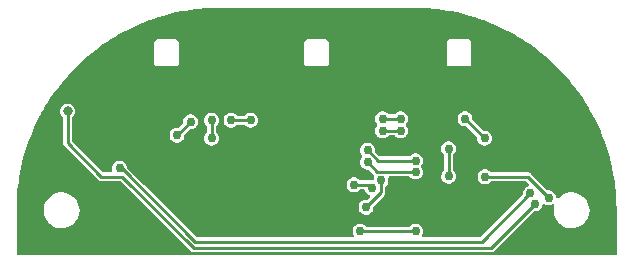
<source format=gbr>
%TF.GenerationSoftware,KiCad,Pcbnew,7.0.8*%
%TF.CreationDate,2024-01-07T14:56:32-05:00*%
%TF.ProjectId,lineFollowerArray,6c696e65-466f-46c6-9c6f-776572417272,01*%
%TF.SameCoordinates,Original*%
%TF.FileFunction,Copper,L1,Top*%
%TF.FilePolarity,Positive*%
%FSLAX46Y46*%
G04 Gerber Fmt 4.6, Leading zero omitted, Abs format (unit mm)*
G04 Created by KiCad (PCBNEW 7.0.8) date 2024-01-07 14:56:32*
%MOMM*%
%LPD*%
G01*
G04 APERTURE LIST*
%TA.AperFunction,ViaPad*%
%ADD10C,0.750000*%
%TD*%
%TA.AperFunction,ViaPad*%
%ADD11C,1.000000*%
%TD*%
%TA.AperFunction,ViaPad*%
%ADD12C,0.800000*%
%TD*%
%TA.AperFunction,Conductor*%
%ADD13C,0.250000*%
%TD*%
G04 APERTURE END LIST*
D10*
%TO.N,/LED_BIAS*%
X145161000Y-111760000D03*
%TO.N,GND*%
X134493000Y-112395000D03*
X132207000Y-112395000D03*
X133350000Y-111252000D03*
X147193000Y-113919000D03*
X146050000Y-114935000D03*
X149987000Y-99060000D03*
D11*
X125222000Y-116770000D03*
D10*
X136652000Y-110109000D03*
X136245600Y-100965000D03*
X152273000Y-103621000D03*
X125222000Y-114509221D03*
D11*
X125325000Y-111252000D03*
D10*
X151445000Y-113817400D03*
X156210000Y-112522000D03*
X127127000Y-110109000D03*
X164084000Y-116586000D03*
X159258000Y-117221000D03*
X136652000Y-112649000D03*
X152527000Y-114173000D03*
X151384000Y-115951000D03*
X128945000Y-102870000D03*
X141605000Y-106934000D03*
X152527000Y-113157000D03*
X125055000Y-106680000D03*
X137795000Y-106934000D03*
X137541000Y-111379000D03*
D11*
X122428000Y-116770000D03*
D10*
X137795000Y-99060000D03*
X127127000Y-111760000D03*
X141097000Y-115316000D03*
X141097000Y-114300000D03*
X126873000Y-104775000D03*
X123545600Y-100965000D03*
X140208000Y-103621000D03*
X159090000Y-106019600D03*
X159131000Y-108712000D03*
X153416000Y-112776000D03*
X148310600Y-100965000D03*
X139192000Y-105421000D03*
X151765000Y-104521000D03*
X151384000Y-105410000D03*
X149580600Y-106603800D03*
%TO.N,/LED_BIAS*%
X129032000Y-106807000D03*
X159360400Y-113234000D03*
X143891000Y-114046000D03*
X153961500Y-111473500D03*
X127889000Y-107950000D03*
%TO.N,/~{IRLEDEN}*%
X150876000Y-111424000D03*
X150876000Y-109093000D03*
%TO.N,/SEN0*%
X148082000Y-111057944D03*
X130810000Y-108204000D03*
X130810000Y-106680000D03*
X144018000Y-110236000D03*
%TO.N,/SEN1*%
X146812000Y-107569000D03*
X145288000Y-107569000D03*
%TO.N,/SEN2*%
X152273000Y-106553000D03*
X153924000Y-108204000D03*
%TO.N,/SEN0BUF*%
X148082000Y-110109000D03*
X144018000Y-109220000D03*
X134112000Y-106680000D03*
X132461000Y-106680000D03*
%TO.N,/SEN1BUF*%
X146812000Y-106553000D03*
X145288000Y-106553000D03*
%TO.N,Net-(U1-C1+)*%
X144399000Y-112395000D03*
X142875000Y-112141000D03*
%TO.N,/SDA_3V3*%
X123026000Y-110744000D03*
X157784800Y-112877600D03*
D12*
%TO.N,/SCL_3V3*%
X118618000Y-105918000D03*
D10*
X158197565Y-113743192D03*
%TO.N,Net-(U1-VSEL)*%
X148082000Y-116078000D03*
X143383000Y-116078000D03*
%TD*%
D13*
%TO.N,/LED_BIAS*%
X145161000Y-112776000D02*
X145161000Y-111760000D01*
X144758620Y-113178380D02*
X145161000Y-112776000D01*
X144758620Y-113178380D02*
X143891000Y-114046000D01*
X127889000Y-107950000D02*
X129032000Y-106807000D01*
X157592800Y-111466400D02*
X153968600Y-111466400D01*
X159360400Y-113234000D02*
X157592800Y-111466400D01*
X153968600Y-111466400D02*
X153961500Y-111473500D01*
%TO.N,/~{IRLEDEN}*%
X150876000Y-109093000D02*
X150876000Y-111424000D01*
%TO.N,/SEN0*%
X130810000Y-106680000D02*
X130810000Y-108204000D01*
X144839944Y-111057944D02*
X148082000Y-111057944D01*
X144018000Y-110236000D02*
X144839944Y-111057944D01*
%TO.N,/SEN1*%
X145288000Y-107569000D02*
X146812000Y-107569000D01*
%TO.N,/SEN2*%
X152273000Y-106553000D02*
X153924000Y-108204000D01*
%TO.N,/SEN0BUF*%
X144018000Y-109220000D02*
X144907000Y-110109000D01*
X132461000Y-106680000D02*
X134112000Y-106680000D01*
X144907000Y-110109000D02*
X148082000Y-110109000D01*
%TO.N,/SEN1BUF*%
X145288000Y-106553000D02*
X146812000Y-106553000D01*
%TO.N,Net-(U1-C1+)*%
X144145000Y-112141000D02*
X144399000Y-112395000D01*
X142875000Y-112141000D02*
X144145000Y-112141000D01*
%TO.N,/SDA_3V3*%
X123026000Y-110744000D02*
X123190000Y-110744000D01*
X123190000Y-110744000D02*
X129413000Y-116967000D01*
X153695400Y-116967000D02*
X157784800Y-112877600D01*
X129413000Y-116967000D02*
X153695400Y-116967000D01*
%TO.N,/SCL_3V3*%
X118618000Y-108585000D02*
X118618000Y-105918000D01*
X123253604Y-111444000D02*
X121477000Y-111444000D01*
X129284604Y-117475000D02*
X123253604Y-111444000D01*
X158197565Y-113743192D02*
X154465757Y-117475000D01*
X154465757Y-117475000D02*
X129284604Y-117475000D01*
X121477000Y-111444000D02*
X118618000Y-108585000D01*
%TO.N,Net-(U1-VSEL)*%
X148082000Y-116078000D02*
X143383000Y-116078000D01*
%TD*%
%TA.AperFunction,Conductor*%
%TO.N,GND*%
G36*
X148671319Y-97172050D02*
G01*
X148746586Y-97173842D01*
X148749337Y-97173970D01*
X149263876Y-97209684D01*
X149549853Y-97230138D01*
X150022101Y-97284926D01*
X150348170Y-97323912D01*
X150800121Y-97397636D01*
X151141196Y-97454991D01*
X151579653Y-97547482D01*
X151911242Y-97619616D01*
X151927237Y-97623096D01*
X152354870Y-97734158D01*
X152704447Y-97827826D01*
X153122603Y-97957315D01*
X153471214Y-98068754D01*
X153880104Y-98216390D01*
X154225822Y-98345337D01*
X154413368Y-98423021D01*
X154625365Y-98510834D01*
X154966599Y-98656958D01*
X155356604Y-98840041D01*
X155691948Y-99002941D01*
X156071904Y-99203219D01*
X156400246Y-99382508D01*
X156769666Y-99599602D01*
X157089961Y-99794831D01*
X157448371Y-100028372D01*
X157637919Y-100156662D01*
X157759564Y-100238994D01*
X158106306Y-100488477D01*
X158333681Y-100658688D01*
X158407606Y-100714028D01*
X158742099Y-100978976D01*
X159032632Y-101218861D01*
X159354328Y-101498797D01*
X159633261Y-101752363D01*
X159871889Y-101980214D01*
X159941623Y-102046798D01*
X160208201Y-102313376D01*
X160502635Y-102621737D01*
X160756202Y-102900671D01*
X161036138Y-103222367D01*
X161276023Y-103512900D01*
X161540971Y-103847393D01*
X161648745Y-103991362D01*
X161766538Y-104148715D01*
X162016005Y-104495435D01*
X162226649Y-104806661D01*
X162460164Y-105165032D01*
X162590410Y-105378715D01*
X162655390Y-105485321D01*
X162872491Y-105854753D01*
X163051779Y-106183094D01*
X163252061Y-106563057D01*
X163414974Y-106898428D01*
X163598041Y-107288401D01*
X163744165Y-107629634D01*
X163909661Y-108029175D01*
X163974868Y-108204000D01*
X164035972Y-108367828D01*
X164038630Y-108374953D01*
X164186244Y-108783783D01*
X164297708Y-109132470D01*
X164427168Y-109550537D01*
X164520858Y-109900192D01*
X164631903Y-110327762D01*
X164707543Y-110675470D01*
X164743938Y-110848000D01*
X164800004Y-111113783D01*
X164826813Y-111273208D01*
X164857383Y-111455004D01*
X164931084Y-111906810D01*
X164970086Y-112233016D01*
X165024859Y-112705129D01*
X165045336Y-112991429D01*
X165081025Y-113505611D01*
X165081156Y-113508428D01*
X165082980Y-113585007D01*
X165099500Y-114300000D01*
X165099500Y-117985500D01*
X165079815Y-118052539D01*
X165027011Y-118098294D01*
X164975500Y-118109500D01*
X114424500Y-118109500D01*
X114357461Y-118089815D01*
X114311706Y-118037011D01*
X114300500Y-117985500D01*
X114300500Y-114361418D01*
X116585789Y-114361418D01*
X116615380Y-114605130D01*
X116683680Y-114840925D01*
X116683681Y-114840928D01*
X116788921Y-115062719D01*
X116788923Y-115062722D01*
X116788924Y-115062723D01*
X116928381Y-115264762D01*
X117016703Y-115356714D01*
X117098443Y-115441814D01*
X117161038Y-115488851D01*
X117294701Y-115589293D01*
X117512076Y-115703380D01*
X117744937Y-115781120D01*
X117744940Y-115781120D01*
X117744942Y-115781121D01*
X117987250Y-115820500D01*
X117987253Y-115820500D01*
X118171281Y-115820500D01*
X118262989Y-115813096D01*
X118354699Y-115805693D01*
X118593060Y-115746942D01*
X118818911Y-115650716D01*
X119026400Y-115519508D01*
X119210156Y-115356714D01*
X119365418Y-115166553D01*
X119488166Y-114953948D01*
X119575219Y-114724406D01*
X119624325Y-114483872D01*
X119630170Y-114338819D01*
X119634210Y-114238582D01*
X119634210Y-114238576D01*
X119604619Y-113994869D01*
X119536319Y-113759074D01*
X119536318Y-113759069D01*
X119457233Y-113592401D01*
X119431078Y-113537280D01*
X119431076Y-113537277D01*
X119411011Y-113508208D01*
X119291619Y-113335238D01*
X119121558Y-113158187D01*
X119121557Y-113158186D01*
X119121556Y-113158185D01*
X118925303Y-113010710D01*
X118925302Y-113010709D01*
X118925299Y-113010707D01*
X118857116Y-112974922D01*
X118707929Y-112896622D01*
X118707925Y-112896620D01*
X118707924Y-112896620D01*
X118475063Y-112818880D01*
X118475062Y-112818879D01*
X118475057Y-112818878D01*
X118232750Y-112779500D01*
X118232747Y-112779500D01*
X118048720Y-112779500D01*
X118048719Y-112779500D01*
X117865301Y-112794306D01*
X117626942Y-112853057D01*
X117626940Y-112853058D01*
X117401089Y-112949284D01*
X117232200Y-113056083D01*
X117193595Y-113080495D01*
X117009845Y-113243283D01*
X116854582Y-113433446D01*
X116854578Y-113433452D01*
X116731834Y-113646050D01*
X116644782Y-113875589D01*
X116595675Y-114116124D01*
X116595674Y-114116131D01*
X116585789Y-114361417D01*
X116585789Y-114361418D01*
X114300500Y-114361418D01*
X114300500Y-114300000D01*
X114301919Y-114238576D01*
X114317025Y-113584749D01*
X114318842Y-113508409D01*
X114318970Y-113505666D01*
X114354675Y-112991259D01*
X114375137Y-112705153D01*
X114429917Y-112232978D01*
X114430754Y-112225986D01*
X114468913Y-111906820D01*
X114542628Y-111454932D01*
X114599991Y-111113803D01*
X114692458Y-110675459D01*
X114768096Y-110327762D01*
X114879148Y-109900166D01*
X114972825Y-109550555D01*
X115102327Y-109132355D01*
X115213755Y-108783783D01*
X115361385Y-108374911D01*
X115490336Y-108029180D01*
X115655836Y-107629627D01*
X115801958Y-107288401D01*
X115985052Y-106898371D01*
X116147931Y-106563070D01*
X116348227Y-106183082D01*
X116492971Y-105918000D01*
X117962722Y-105918000D01*
X117981762Y-106074818D01*
X118037780Y-106222523D01*
X118037781Y-106222524D01*
X118127517Y-106352531D01*
X118200726Y-106417386D01*
X118237853Y-106476574D01*
X118242500Y-106510202D01*
X118242500Y-108533196D01*
X118239862Y-108558634D01*
X118237633Y-108569268D01*
X118237633Y-108569269D01*
X118237633Y-108569271D01*
X118242023Y-108604491D01*
X118242500Y-108612167D01*
X118242500Y-108616116D01*
X118246342Y-108639141D01*
X118253134Y-108693627D01*
X118255373Y-108701147D01*
X118257934Y-108708608D01*
X118257935Y-108708610D01*
X118265483Y-108722557D01*
X118284055Y-108756877D01*
X118308174Y-108806211D01*
X118312742Y-108812609D01*
X118317582Y-108818827D01*
X118357971Y-108856009D01*
X121174849Y-111672886D01*
X121190977Y-111692745D01*
X121196916Y-111701836D01*
X121224327Y-111723171D01*
X121224929Y-111723639D01*
X121230691Y-111728728D01*
X121233483Y-111731520D01*
X121252486Y-111745088D01*
X121295811Y-111778809D01*
X121295813Y-111778809D01*
X121302735Y-111782555D01*
X121309798Y-111786008D01*
X121309801Y-111786010D01*
X121362412Y-111801673D01*
X121388376Y-111810586D01*
X121414339Y-111819500D01*
X121422101Y-111820795D01*
X121429911Y-111821768D01*
X121429912Y-111821769D01*
X121429912Y-111821768D01*
X121429913Y-111821769D01*
X121457340Y-111820634D01*
X121484769Y-111819500D01*
X123046705Y-111819500D01*
X123113744Y-111839185D01*
X123134386Y-111855819D01*
X128982454Y-117703888D01*
X128998579Y-117723744D01*
X129004517Y-117732832D01*
X129004520Y-117732836D01*
X129032529Y-117754636D01*
X129038291Y-117759725D01*
X129041086Y-117762520D01*
X129060099Y-117776094D01*
X129103415Y-117809809D01*
X129103422Y-117809811D01*
X129110324Y-117813547D01*
X129117400Y-117817006D01*
X129117405Y-117817010D01*
X129170007Y-117832670D01*
X129221942Y-117850500D01*
X129229676Y-117851790D01*
X129237514Y-117852767D01*
X129237516Y-117852768D01*
X129237517Y-117852767D01*
X129237518Y-117852768D01*
X129292360Y-117850500D01*
X154413953Y-117850500D01*
X154439398Y-117853139D01*
X154443197Y-117853935D01*
X154450025Y-117855367D01*
X154470982Y-117852754D01*
X154485249Y-117850977D01*
X154492925Y-117850500D01*
X154496869Y-117850500D01*
X154496871Y-117850500D01*
X154496873Y-117850499D01*
X154496879Y-117850499D01*
X154512244Y-117847934D01*
X154519897Y-117846657D01*
X154574383Y-117839866D01*
X154574384Y-117839865D01*
X154574386Y-117839865D01*
X154581898Y-117837628D01*
X154589363Y-117835066D01*
X154589363Y-117835065D01*
X154589367Y-117835065D01*
X154637634Y-117808944D01*
X154686968Y-117784826D01*
X154686971Y-117784823D01*
X154693351Y-117780268D01*
X154699576Y-117775422D01*
X154699583Y-117775419D01*
X154736765Y-117735028D01*
X158066782Y-114405011D01*
X158128105Y-114371526D01*
X158154463Y-114368692D01*
X158273515Y-114368692D01*
X158322675Y-114356574D01*
X158420999Y-114332340D01*
X158555499Y-114261749D01*
X158669197Y-114161022D01*
X158755486Y-114036011D01*
X158809350Y-113893983D01*
X158815409Y-113844081D01*
X158843028Y-113779905D01*
X158900962Y-113740848D01*
X158970814Y-113739311D01*
X158996129Y-113749231D01*
X159002465Y-113752556D01*
X159002466Y-113752557D01*
X159136966Y-113823148D01*
X159210708Y-113841324D01*
X159284450Y-113859500D01*
X159284451Y-113859500D01*
X159436350Y-113859500D01*
X159510091Y-113841324D01*
X159583834Y-113823148D01*
X159634297Y-113796662D01*
X159702804Y-113782937D01*
X159767857Y-113808429D01*
X159808802Y-113865045D01*
X159813416Y-113931263D01*
X159775675Y-114116123D01*
X159775674Y-114116131D01*
X159765789Y-114361417D01*
X159765789Y-114361418D01*
X159795380Y-114605130D01*
X159863680Y-114840925D01*
X159863681Y-114840928D01*
X159968921Y-115062719D01*
X159968923Y-115062722D01*
X159968924Y-115062723D01*
X160108381Y-115264762D01*
X160196703Y-115356714D01*
X160278443Y-115441814D01*
X160341038Y-115488851D01*
X160474701Y-115589293D01*
X160692076Y-115703380D01*
X160924937Y-115781120D01*
X160924940Y-115781120D01*
X160924942Y-115781121D01*
X161167250Y-115820500D01*
X161167253Y-115820500D01*
X161351281Y-115820500D01*
X161442989Y-115813096D01*
X161534699Y-115805693D01*
X161773060Y-115746942D01*
X161998911Y-115650716D01*
X162206400Y-115519508D01*
X162390156Y-115356714D01*
X162545418Y-115166553D01*
X162668166Y-114953948D01*
X162755219Y-114724406D01*
X162804325Y-114483872D01*
X162810170Y-114338819D01*
X162814210Y-114238582D01*
X162814210Y-114238576D01*
X162784619Y-113994869D01*
X162716319Y-113759074D01*
X162716318Y-113759069D01*
X162637233Y-113592401D01*
X162611078Y-113537280D01*
X162611076Y-113537277D01*
X162591011Y-113508208D01*
X162471619Y-113335238D01*
X162301558Y-113158187D01*
X162301557Y-113158186D01*
X162301556Y-113158185D01*
X162105303Y-113010710D01*
X162105302Y-113010709D01*
X162105299Y-113010707D01*
X162037116Y-112974922D01*
X161887929Y-112896622D01*
X161887925Y-112896620D01*
X161887924Y-112896620D01*
X161655063Y-112818880D01*
X161655062Y-112818879D01*
X161655057Y-112818878D01*
X161412750Y-112779500D01*
X161412747Y-112779500D01*
X161228720Y-112779500D01*
X161228719Y-112779500D01*
X161045301Y-112794306D01*
X160806942Y-112853057D01*
X160806940Y-112853058D01*
X160581089Y-112949284D01*
X160412200Y-113056083D01*
X160373595Y-113080495D01*
X160187718Y-113245168D01*
X160124485Y-113274890D01*
X160055221Y-113265706D01*
X160001918Y-113220534D01*
X159982395Y-113167299D01*
X159981289Y-113158187D01*
X159972185Y-113083209D01*
X159918321Y-112941181D01*
X159832032Y-112816170D01*
X159718334Y-112715443D01*
X159583834Y-112644852D01*
X159583833Y-112644851D01*
X159583832Y-112644851D01*
X159436350Y-112608500D01*
X159436349Y-112608500D01*
X159317300Y-112608500D01*
X159250261Y-112588815D01*
X159229619Y-112572181D01*
X157894949Y-111237511D01*
X157878822Y-111217652D01*
X157872886Y-111208567D01*
X157872883Y-111208563D01*
X157844874Y-111186763D01*
X157839110Y-111181672D01*
X157836315Y-111178877D01*
X157817305Y-111165306D01*
X157773989Y-111131590D01*
X157767074Y-111127848D01*
X157760000Y-111124390D01*
X157707396Y-111108729D01*
X157655458Y-111090899D01*
X157647723Y-111089608D01*
X157639885Y-111088631D01*
X157585044Y-111090900D01*
X154519925Y-111090900D01*
X154452886Y-111071215D01*
X154437698Y-111059715D01*
X154319435Y-110954943D01*
X154184932Y-110884351D01*
X154037450Y-110848000D01*
X154037449Y-110848000D01*
X153885551Y-110848000D01*
X153885550Y-110848000D01*
X153738067Y-110884351D01*
X153603567Y-110954942D01*
X153489867Y-111055671D01*
X153403580Y-111180679D01*
X153403579Y-111180680D01*
X153349715Y-111322708D01*
X153333879Y-111453129D01*
X153331406Y-111473500D01*
X153349715Y-111624291D01*
X153403579Y-111766319D01*
X153489868Y-111891330D01*
X153603566Y-111992057D01*
X153738066Y-112062648D01*
X153811808Y-112080824D01*
X153885550Y-112099000D01*
X153885551Y-112099000D01*
X154037450Y-112099000D01*
X154086610Y-112086882D01*
X154184934Y-112062648D01*
X154319434Y-111992057D01*
X154433132Y-111891330D01*
X154433135Y-111891326D01*
X154438106Y-111885716D01*
X154440113Y-111887494D01*
X154484557Y-111851473D01*
X154532331Y-111841900D01*
X157385901Y-111841900D01*
X157452940Y-111861585D01*
X157473582Y-111878219D01*
X157664591Y-112069228D01*
X157698076Y-112130551D01*
X157693092Y-112200243D01*
X157651220Y-112256176D01*
X157606586Y-112277306D01*
X157561367Y-112288451D01*
X157426867Y-112359042D01*
X157313167Y-112459771D01*
X157226880Y-112584779D01*
X157226879Y-112584780D01*
X157173015Y-112726808D01*
X157154706Y-112877599D01*
X157154706Y-112877603D01*
X157158153Y-112905999D01*
X157146691Y-112974922D01*
X157122738Y-113008623D01*
X153576181Y-116555181D01*
X153514858Y-116588666D01*
X153488500Y-116591500D01*
X148723858Y-116591500D01*
X148656819Y-116571815D01*
X148611064Y-116519011D01*
X148601120Y-116449853D01*
X148621806Y-116397061D01*
X148639921Y-116370819D01*
X148693785Y-116228791D01*
X148712094Y-116078000D01*
X148693785Y-115927209D01*
X148639921Y-115785181D01*
X148553632Y-115660170D01*
X148439934Y-115559443D01*
X148305434Y-115488852D01*
X148305433Y-115488851D01*
X148305432Y-115488851D01*
X148157950Y-115452500D01*
X148157949Y-115452500D01*
X148006051Y-115452500D01*
X148006050Y-115452500D01*
X147858567Y-115488851D01*
X147724067Y-115559442D01*
X147610367Y-115660170D01*
X147609874Y-115660728D01*
X147609410Y-115661018D01*
X147604754Y-115665144D01*
X147604068Y-115664369D01*
X147550684Y-115697854D01*
X147517059Y-115702500D01*
X143947941Y-115702500D01*
X143880902Y-115682815D01*
X143860260Y-115665127D01*
X143860246Y-115665144D01*
X143859255Y-115664266D01*
X143855126Y-115660728D01*
X143854632Y-115660170D01*
X143740934Y-115559443D01*
X143606434Y-115488852D01*
X143606433Y-115488851D01*
X143606432Y-115488851D01*
X143458950Y-115452500D01*
X143458949Y-115452500D01*
X143307051Y-115452500D01*
X143307050Y-115452500D01*
X143159567Y-115488851D01*
X143025067Y-115559442D01*
X143025066Y-115559443D01*
X142922040Y-115650716D01*
X142911367Y-115660171D01*
X142825080Y-115785179D01*
X142825079Y-115785180D01*
X142817300Y-115805693D01*
X142771215Y-115927209D01*
X142752906Y-116078000D01*
X142771215Y-116228791D01*
X142825079Y-116370819D01*
X142843192Y-116397061D01*
X142865075Y-116463414D01*
X142847610Y-116531066D01*
X142796342Y-116578536D01*
X142741142Y-116591500D01*
X129619899Y-116591500D01*
X129552860Y-116571815D01*
X129532218Y-116555181D01*
X126605208Y-113628171D01*
X125118038Y-112141000D01*
X142244906Y-112141000D01*
X142263215Y-112291791D01*
X142317079Y-112433819D01*
X142403368Y-112558830D01*
X142517066Y-112659557D01*
X142651566Y-112730148D01*
X142725308Y-112748324D01*
X142799050Y-112766500D01*
X142799051Y-112766500D01*
X142950950Y-112766500D01*
X143000110Y-112754382D01*
X143098434Y-112730148D01*
X143232934Y-112659557D01*
X143346632Y-112558830D01*
X143346635Y-112558825D01*
X143347126Y-112558272D01*
X143347589Y-112557981D01*
X143352246Y-112553856D01*
X143352931Y-112554630D01*
X143406316Y-112521146D01*
X143439941Y-112516500D01*
X143690515Y-112516500D01*
X143757554Y-112536185D01*
X143803309Y-112588989D01*
X143806456Y-112596527D01*
X143824783Y-112644851D01*
X143841080Y-112687821D01*
X143861984Y-112718105D01*
X143927368Y-112812830D01*
X144041066Y-112913557D01*
X144175566Y-112984148D01*
X144175567Y-112984148D01*
X144182207Y-112987633D01*
X144181515Y-112988950D01*
X144230480Y-113026024D01*
X144254539Y-113091621D01*
X144239314Y-113159812D01*
X144218489Y-113187472D01*
X144021780Y-113384181D01*
X143960457Y-113417666D01*
X143934099Y-113420500D01*
X143815050Y-113420500D01*
X143667567Y-113456851D01*
X143533067Y-113527442D01*
X143419367Y-113628171D01*
X143333080Y-113753179D01*
X143333079Y-113753180D01*
X143279215Y-113895208D01*
X143276815Y-113914974D01*
X143260906Y-114046000D01*
X143279215Y-114196791D01*
X143333079Y-114338819D01*
X143419368Y-114463830D01*
X143533066Y-114564557D01*
X143667566Y-114635148D01*
X143741308Y-114653324D01*
X143815050Y-114671500D01*
X143815051Y-114671500D01*
X143966950Y-114671500D01*
X144016110Y-114659382D01*
X144114434Y-114635148D01*
X144248934Y-114564557D01*
X144362632Y-114463830D01*
X144448921Y-114338819D01*
X144502785Y-114196791D01*
X144521094Y-114046000D01*
X144517645Y-114017601D01*
X144529104Y-113948682D01*
X144553054Y-113914981D01*
X145046140Y-113421898D01*
X145046142Y-113421894D01*
X145389889Y-113078146D01*
X145409746Y-113062022D01*
X145418836Y-113056084D01*
X145440638Y-113028071D01*
X145445733Y-113022303D01*
X145448519Y-113019518D01*
X145448528Y-113019506D01*
X145462086Y-113000516D01*
X145495807Y-112957192D01*
X145499547Y-112950278D01*
X145503006Y-112943203D01*
X145503010Y-112943199D01*
X145514085Y-112905999D01*
X145518672Y-112890593D01*
X145536500Y-112838661D01*
X145537791Y-112830924D01*
X145538768Y-112823086D01*
X145536500Y-112768244D01*
X145536500Y-112318802D01*
X145556185Y-112251763D01*
X145578274Y-112225986D01*
X145632632Y-112177830D01*
X145718921Y-112052819D01*
X145772785Y-111910791D01*
X145791094Y-111760000D01*
X145772785Y-111609209D01*
X145769829Y-111601417D01*
X145764461Y-111531755D01*
X145797607Y-111470248D01*
X145858745Y-111436425D01*
X145885771Y-111433444D01*
X147517059Y-111433444D01*
X147584098Y-111453129D01*
X147604739Y-111470816D01*
X147604754Y-111470800D01*
X147605744Y-111471677D01*
X147609874Y-111475216D01*
X147610367Y-111475773D01*
X147610368Y-111475774D01*
X147724066Y-111576501D01*
X147858566Y-111647092D01*
X147912745Y-111660446D01*
X148006050Y-111683444D01*
X148006051Y-111683444D01*
X148157950Y-111683444D01*
X148207110Y-111671326D01*
X148305434Y-111647092D01*
X148439934Y-111576501D01*
X148553632Y-111475774D01*
X148589369Y-111424000D01*
X150245906Y-111424000D01*
X150264215Y-111574791D01*
X150318079Y-111716819D01*
X150404368Y-111841830D01*
X150518066Y-111942557D01*
X150652566Y-112013148D01*
X150726308Y-112031324D01*
X150800050Y-112049500D01*
X150800051Y-112049500D01*
X150951950Y-112049500D01*
X151001110Y-112037382D01*
X151099434Y-112013148D01*
X151233934Y-111942557D01*
X151347632Y-111841830D01*
X151433921Y-111716819D01*
X151487785Y-111574791D01*
X151506094Y-111424000D01*
X151487785Y-111273209D01*
X151433921Y-111131181D01*
X151347632Y-111006170D01*
X151307020Y-110970191D01*
X151293272Y-110958011D01*
X151256146Y-110898821D01*
X151251500Y-110865196D01*
X151251500Y-109651802D01*
X151271185Y-109584763D01*
X151293274Y-109558986D01*
X151302825Y-109550525D01*
X151347632Y-109510830D01*
X151433921Y-109385819D01*
X151487785Y-109243791D01*
X151506094Y-109093000D01*
X151487785Y-108942209D01*
X151433921Y-108800181D01*
X151347632Y-108675170D01*
X151233934Y-108574443D01*
X151099434Y-108503852D01*
X151099433Y-108503851D01*
X151099432Y-108503851D01*
X150951950Y-108467500D01*
X150951949Y-108467500D01*
X150800051Y-108467500D01*
X150800050Y-108467500D01*
X150652567Y-108503851D01*
X150518067Y-108574442D01*
X150404367Y-108675171D01*
X150318080Y-108800179D01*
X150318079Y-108800180D01*
X150269915Y-108927180D01*
X150264215Y-108942209D01*
X150245906Y-109093000D01*
X150264215Y-109243791D01*
X150318079Y-109385819D01*
X150404368Y-109510830D01*
X150458726Y-109558986D01*
X150495853Y-109618175D01*
X150500500Y-109651802D01*
X150500500Y-110865196D01*
X150480815Y-110932235D01*
X150458728Y-110958011D01*
X150404367Y-111006170D01*
X150318080Y-111131179D01*
X150318079Y-111131180D01*
X150281203Y-111228416D01*
X150264215Y-111273209D01*
X150245906Y-111424000D01*
X148589369Y-111424000D01*
X148639921Y-111350763D01*
X148693785Y-111208735D01*
X148712094Y-111057944D01*
X148693785Y-110907153D01*
X148639921Y-110765125D01*
X148563155Y-110653911D01*
X148541273Y-110587558D01*
X148558738Y-110519906D01*
X148563156Y-110513032D01*
X148639921Y-110401819D01*
X148693785Y-110259791D01*
X148712094Y-110109000D01*
X148693785Y-109958209D01*
X148639921Y-109816181D01*
X148553632Y-109691170D01*
X148439934Y-109590443D01*
X148305434Y-109519852D01*
X148305433Y-109519851D01*
X148305432Y-109519851D01*
X148157950Y-109483500D01*
X148157949Y-109483500D01*
X148006051Y-109483500D01*
X148006050Y-109483500D01*
X147858567Y-109519851D01*
X147724067Y-109590442D01*
X147610367Y-109691170D01*
X147609874Y-109691728D01*
X147609410Y-109692018D01*
X147604754Y-109696144D01*
X147604068Y-109695369D01*
X147550684Y-109728854D01*
X147517059Y-109733500D01*
X145113899Y-109733500D01*
X145046860Y-109713815D01*
X145026218Y-109697181D01*
X144680060Y-109351023D01*
X144646575Y-109289700D01*
X144644646Y-109248392D01*
X144648094Y-109220002D01*
X144648094Y-109220000D01*
X144629785Y-109069209D01*
X144575921Y-108927181D01*
X144489632Y-108802170D01*
X144375934Y-108701443D01*
X144241434Y-108630852D01*
X144241433Y-108630851D01*
X144241432Y-108630851D01*
X144093950Y-108594500D01*
X144093949Y-108594500D01*
X143942051Y-108594500D01*
X143942050Y-108594500D01*
X143794567Y-108630851D01*
X143660067Y-108701442D01*
X143660066Y-108701443D01*
X143548616Y-108800179D01*
X143546367Y-108802171D01*
X143460080Y-108927179D01*
X143460079Y-108927180D01*
X143406215Y-109069208D01*
X143387906Y-109220000D01*
X143406215Y-109370791D01*
X143460079Y-109512819D01*
X143460080Y-109512820D01*
X143546369Y-109637832D01*
X143551342Y-109643445D01*
X143549558Y-109645025D01*
X143580513Y-109694391D01*
X143579735Y-109764257D01*
X143549655Y-109811061D01*
X143551342Y-109812555D01*
X143546369Y-109818167D01*
X143460080Y-109943179D01*
X143460079Y-109943180D01*
X143442733Y-109988920D01*
X143406215Y-110085209D01*
X143387906Y-110236000D01*
X143406215Y-110386791D01*
X143460079Y-110528819D01*
X143546368Y-110653830D01*
X143660066Y-110754557D01*
X143794566Y-110825148D01*
X143868308Y-110843324D01*
X143942050Y-110861500D01*
X144061101Y-110861500D01*
X144128140Y-110881185D01*
X144148782Y-110897819D01*
X144537793Y-111286830D01*
X144553922Y-111306691D01*
X144559860Y-111315780D01*
X144565321Y-111320031D01*
X144606133Y-111376742D01*
X144609806Y-111446515D01*
X144605099Y-111461854D01*
X144549215Y-111609207D01*
X144542994Y-111660446D01*
X144515373Y-111724624D01*
X144457439Y-111763681D01*
X144419898Y-111769500D01*
X144323047Y-111769500D01*
X144298091Y-111775651D01*
X144228289Y-111772581D01*
X144228157Y-111772536D01*
X144207660Y-111765499D01*
X144199923Y-111764208D01*
X144192085Y-111763231D01*
X144137244Y-111765500D01*
X143439941Y-111765500D01*
X143372902Y-111745815D01*
X143352260Y-111728127D01*
X143352246Y-111728144D01*
X143351255Y-111727266D01*
X143347126Y-111723728D01*
X143346632Y-111723170D01*
X143300139Y-111681981D01*
X143232934Y-111622443D01*
X143098434Y-111551852D01*
X143098433Y-111551851D01*
X143098432Y-111551851D01*
X142950950Y-111515500D01*
X142950949Y-111515500D01*
X142799051Y-111515500D01*
X142799050Y-111515500D01*
X142651567Y-111551851D01*
X142517067Y-111622442D01*
X142403367Y-111723171D01*
X142317080Y-111848179D01*
X142317079Y-111848180D01*
X142263215Y-111990208D01*
X142250006Y-112099000D01*
X142244906Y-112141000D01*
X125118038Y-112141000D01*
X123677375Y-110700337D01*
X123643890Y-110639014D01*
X123641960Y-110627599D01*
X123637785Y-110593210D01*
X123637785Y-110593209D01*
X123634092Y-110583472D01*
X123583921Y-110451181D01*
X123497632Y-110326170D01*
X123383934Y-110225443D01*
X123249434Y-110154852D01*
X123249433Y-110154851D01*
X123249432Y-110154851D01*
X123101950Y-110118500D01*
X123101949Y-110118500D01*
X122950051Y-110118500D01*
X122950050Y-110118500D01*
X122802567Y-110154851D01*
X122668067Y-110225442D01*
X122554367Y-110326171D01*
X122468080Y-110451179D01*
X122468079Y-110451180D01*
X122414215Y-110593208D01*
X122395906Y-110744000D01*
X122414215Y-110894792D01*
X122414215Y-110894795D01*
X122416390Y-110900528D01*
X122421758Y-110970191D01*
X122388612Y-111031697D01*
X122327474Y-111065519D01*
X122300449Y-111068500D01*
X121683899Y-111068500D01*
X121616860Y-111048815D01*
X121596218Y-111032181D01*
X119029819Y-108465781D01*
X118996334Y-108404458D01*
X118993500Y-108378100D01*
X118993500Y-107950000D01*
X127258906Y-107950000D01*
X127277215Y-108100791D01*
X127331079Y-108242819D01*
X127417368Y-108367830D01*
X127531066Y-108468557D01*
X127665566Y-108539148D01*
X127693593Y-108546056D01*
X127813050Y-108575500D01*
X127813051Y-108575500D01*
X127964950Y-108575500D01*
X128033352Y-108558640D01*
X128112434Y-108539148D01*
X128246934Y-108468557D01*
X128360632Y-108367830D01*
X128446921Y-108242819D01*
X128461643Y-108204000D01*
X130179906Y-108204000D01*
X130198215Y-108354791D01*
X130252079Y-108496819D01*
X130338368Y-108621830D01*
X130452066Y-108722557D01*
X130586566Y-108793148D01*
X130660308Y-108811324D01*
X130734050Y-108829500D01*
X130734051Y-108829500D01*
X130885950Y-108829500D01*
X130957622Y-108811834D01*
X131033434Y-108793148D01*
X131167934Y-108722557D01*
X131281632Y-108621830D01*
X131367921Y-108496819D01*
X131421785Y-108354791D01*
X131440094Y-108204000D01*
X131421785Y-108053209D01*
X131367921Y-107911181D01*
X131281632Y-107786170D01*
X131227272Y-107738011D01*
X131190146Y-107678821D01*
X131185500Y-107645196D01*
X131185500Y-107569000D01*
X144657906Y-107569000D01*
X144676215Y-107719791D01*
X144730079Y-107861819D01*
X144816368Y-107986830D01*
X144930066Y-108087557D01*
X145064566Y-108158148D01*
X145135363Y-108175598D01*
X145212050Y-108194500D01*
X145212051Y-108194500D01*
X145363950Y-108194500D01*
X145413110Y-108182382D01*
X145511434Y-108158148D01*
X145645934Y-108087557D01*
X145759632Y-107986830D01*
X145759635Y-107986825D01*
X145760126Y-107986272D01*
X145760589Y-107985981D01*
X145765246Y-107981856D01*
X145765931Y-107982630D01*
X145819316Y-107949146D01*
X145852941Y-107944500D01*
X146247059Y-107944500D01*
X146314098Y-107964185D01*
X146334739Y-107981872D01*
X146334754Y-107981856D01*
X146335744Y-107982733D01*
X146339874Y-107986272D01*
X146340367Y-107986829D01*
X146340368Y-107986830D01*
X146454066Y-108087557D01*
X146588566Y-108158148D01*
X146659363Y-108175598D01*
X146736050Y-108194500D01*
X146736051Y-108194500D01*
X146887950Y-108194500D01*
X146937110Y-108182382D01*
X147035434Y-108158148D01*
X147169934Y-108087557D01*
X147283632Y-107986830D01*
X147369921Y-107861819D01*
X147423785Y-107719791D01*
X147442094Y-107569000D01*
X147423785Y-107418209D01*
X147369921Y-107276181D01*
X147284017Y-107151728D01*
X147283630Y-107151167D01*
X147278658Y-107145555D01*
X147280444Y-107143971D01*
X147249493Y-107094631D01*
X147250257Y-107024766D01*
X147280348Y-106977942D01*
X147278658Y-106976445D01*
X147283630Y-106970832D01*
X147283630Y-106970831D01*
X147283632Y-106970830D01*
X147369921Y-106845819D01*
X147423785Y-106703791D01*
X147442094Y-106553000D01*
X151642906Y-106553000D01*
X151661215Y-106703791D01*
X151715079Y-106845819D01*
X151801368Y-106970830D01*
X151915066Y-107071557D01*
X152049566Y-107142148D01*
X152103161Y-107155358D01*
X152197050Y-107178500D01*
X152316101Y-107178500D01*
X152383140Y-107198185D01*
X152403782Y-107214819D01*
X153261938Y-108072975D01*
X153295423Y-108134298D01*
X153297353Y-108175598D01*
X153293906Y-108203994D01*
X153293906Y-108204000D01*
X153312215Y-108354791D01*
X153366079Y-108496819D01*
X153452368Y-108621830D01*
X153566066Y-108722557D01*
X153700566Y-108793148D01*
X153774308Y-108811324D01*
X153848050Y-108829500D01*
X153848051Y-108829500D01*
X153999950Y-108829500D01*
X154071622Y-108811834D01*
X154147434Y-108793148D01*
X154281934Y-108722557D01*
X154395632Y-108621830D01*
X154481921Y-108496819D01*
X154535785Y-108354791D01*
X154554094Y-108204000D01*
X154535785Y-108053209D01*
X154481921Y-107911181D01*
X154395632Y-107786170D01*
X154281934Y-107685443D01*
X154147434Y-107614852D01*
X154147433Y-107614851D01*
X154147432Y-107614851D01*
X153999950Y-107578500D01*
X153999949Y-107578500D01*
X153880900Y-107578500D01*
X153813861Y-107558815D01*
X153793219Y-107542181D01*
X152935060Y-106684023D01*
X152901575Y-106622700D01*
X152899646Y-106581392D01*
X152903094Y-106553002D01*
X152903094Y-106553000D01*
X152900205Y-106529208D01*
X152884785Y-106402209D01*
X152830921Y-106260181D01*
X152744632Y-106135170D01*
X152630934Y-106034443D01*
X152496434Y-105963852D01*
X152496433Y-105963851D01*
X152496432Y-105963851D01*
X152348950Y-105927500D01*
X152348949Y-105927500D01*
X152197051Y-105927500D01*
X152197050Y-105927500D01*
X152049567Y-105963851D01*
X151915067Y-106034442D01*
X151801367Y-106135171D01*
X151715080Y-106260179D01*
X151715079Y-106260180D01*
X151661215Y-106402208D01*
X151647619Y-106514181D01*
X151642906Y-106553000D01*
X147442094Y-106553000D01*
X147423785Y-106402209D01*
X147369921Y-106260181D01*
X147283632Y-106135170D01*
X147169934Y-106034443D01*
X147035434Y-105963852D01*
X147035433Y-105963851D01*
X147035432Y-105963851D01*
X146887950Y-105927500D01*
X146887949Y-105927500D01*
X146736051Y-105927500D01*
X146736050Y-105927500D01*
X146588567Y-105963851D01*
X146454067Y-106034442D01*
X146340367Y-106135170D01*
X146339874Y-106135728D01*
X146339410Y-106136018D01*
X146334754Y-106140144D01*
X146334068Y-106139369D01*
X146280684Y-106172854D01*
X146247059Y-106177500D01*
X145852941Y-106177500D01*
X145785902Y-106157815D01*
X145765260Y-106140127D01*
X145765246Y-106140144D01*
X145764255Y-106139266D01*
X145760126Y-106135728D01*
X145759632Y-106135170D01*
X145709607Y-106090852D01*
X145645934Y-106034443D01*
X145511434Y-105963852D01*
X145511433Y-105963851D01*
X145511432Y-105963851D01*
X145363950Y-105927500D01*
X145363949Y-105927500D01*
X145212051Y-105927500D01*
X145212050Y-105927500D01*
X145064567Y-105963851D01*
X144930067Y-106034442D01*
X144816367Y-106135171D01*
X144730080Y-106260179D01*
X144730079Y-106260180D01*
X144676215Y-106402208D01*
X144657906Y-106553000D01*
X144676215Y-106703791D01*
X144730079Y-106845819D01*
X144730080Y-106845820D01*
X144816369Y-106970832D01*
X144821342Y-106976445D01*
X144819558Y-106978025D01*
X144850513Y-107027391D01*
X144849735Y-107097257D01*
X144819655Y-107144061D01*
X144821342Y-107145555D01*
X144816369Y-107151167D01*
X144730080Y-107276179D01*
X144730079Y-107276180D01*
X144684582Y-107396148D01*
X144676215Y-107418209D01*
X144657906Y-107569000D01*
X131185500Y-107569000D01*
X131185500Y-107238802D01*
X131205185Y-107171763D01*
X131227274Y-107145986D01*
X131281632Y-107097830D01*
X131367921Y-106972819D01*
X131421785Y-106830791D01*
X131440094Y-106680000D01*
X131830906Y-106680000D01*
X131849215Y-106830791D01*
X131903079Y-106972819D01*
X131989368Y-107097830D01*
X132103066Y-107198557D01*
X132237566Y-107269148D01*
X132266092Y-107276179D01*
X132385050Y-107305500D01*
X132385051Y-107305500D01*
X132536950Y-107305500D01*
X132606322Y-107288401D01*
X132684434Y-107269148D01*
X132818934Y-107198557D01*
X132932632Y-107097830D01*
X132932635Y-107097825D01*
X132933126Y-107097272D01*
X132933589Y-107096981D01*
X132938246Y-107092856D01*
X132938931Y-107093630D01*
X132992316Y-107060146D01*
X133025941Y-107055500D01*
X133547059Y-107055500D01*
X133614098Y-107075185D01*
X133634739Y-107092872D01*
X133634754Y-107092856D01*
X133635744Y-107093733D01*
X133639874Y-107097272D01*
X133640367Y-107097829D01*
X133640368Y-107097830D01*
X133754066Y-107198557D01*
X133888566Y-107269148D01*
X133917092Y-107276179D01*
X134036050Y-107305500D01*
X134036051Y-107305500D01*
X134187950Y-107305500D01*
X134257322Y-107288401D01*
X134335434Y-107269148D01*
X134469934Y-107198557D01*
X134583632Y-107097830D01*
X134669921Y-106972819D01*
X134723785Y-106830791D01*
X134742094Y-106680000D01*
X134723785Y-106529209D01*
X134669921Y-106387181D01*
X134583632Y-106262170D01*
X134469934Y-106161443D01*
X134335434Y-106090852D01*
X134335433Y-106090851D01*
X134335432Y-106090851D01*
X134187950Y-106054500D01*
X134187949Y-106054500D01*
X134036051Y-106054500D01*
X134036050Y-106054500D01*
X133888567Y-106090851D01*
X133754067Y-106161442D01*
X133640367Y-106262170D01*
X133639874Y-106262728D01*
X133639410Y-106263018D01*
X133634754Y-106267144D01*
X133634068Y-106266369D01*
X133580684Y-106299854D01*
X133547059Y-106304500D01*
X133025941Y-106304500D01*
X132958902Y-106284815D01*
X132938260Y-106267127D01*
X132938246Y-106267144D01*
X132937255Y-106266266D01*
X132933126Y-106262728D01*
X132932632Y-106262170D01*
X132930385Y-106260179D01*
X132818934Y-106161443D01*
X132684434Y-106090852D01*
X132684433Y-106090851D01*
X132684432Y-106090851D01*
X132536950Y-106054500D01*
X132536949Y-106054500D01*
X132385051Y-106054500D01*
X132385050Y-106054500D01*
X132237567Y-106090851D01*
X132103067Y-106161442D01*
X132084941Y-106177500D01*
X131991616Y-106260179D01*
X131989367Y-106262171D01*
X131903080Y-106387179D01*
X131903079Y-106387180D01*
X131854915Y-106514180D01*
X131849215Y-106529209D01*
X131830906Y-106680000D01*
X131440094Y-106680000D01*
X131421785Y-106529209D01*
X131367921Y-106387181D01*
X131281632Y-106262170D01*
X131167934Y-106161443D01*
X131033434Y-106090852D01*
X131033433Y-106090851D01*
X131033432Y-106090851D01*
X130885950Y-106054500D01*
X130885949Y-106054500D01*
X130734051Y-106054500D01*
X130734050Y-106054500D01*
X130586567Y-106090851D01*
X130452067Y-106161442D01*
X130433941Y-106177500D01*
X130340616Y-106260179D01*
X130338367Y-106262171D01*
X130252080Y-106387179D01*
X130252079Y-106387180D01*
X130203915Y-106514180D01*
X130198215Y-106529209D01*
X130179906Y-106680000D01*
X130198215Y-106830791D01*
X130252079Y-106972819D01*
X130338368Y-107097830D01*
X130392240Y-107145556D01*
X130392726Y-107145986D01*
X130429853Y-107205175D01*
X130434500Y-107238802D01*
X130434500Y-107645196D01*
X130414815Y-107712235D01*
X130392728Y-107738011D01*
X130338367Y-107786170D01*
X130252080Y-107911179D01*
X130252079Y-107911180D01*
X130207330Y-108029175D01*
X130198215Y-108053209D01*
X130179906Y-108204000D01*
X128461643Y-108204000D01*
X128500785Y-108100791D01*
X128519094Y-107950000D01*
X128515645Y-107921601D01*
X128527104Y-107852682D01*
X128551057Y-107818978D01*
X128901217Y-107468819D01*
X128962540Y-107435334D01*
X128988898Y-107432500D01*
X129107950Y-107432500D01*
X129157110Y-107420382D01*
X129255434Y-107396148D01*
X129389934Y-107325557D01*
X129503632Y-107224830D01*
X129589921Y-107099819D01*
X129643785Y-106957791D01*
X129662094Y-106807000D01*
X129643785Y-106656209D01*
X129589921Y-106514181D01*
X129503632Y-106389170D01*
X129389934Y-106288443D01*
X129255434Y-106217852D01*
X129255433Y-106217851D01*
X129255432Y-106217851D01*
X129107950Y-106181500D01*
X129107949Y-106181500D01*
X128956051Y-106181500D01*
X128956050Y-106181500D01*
X128808567Y-106217851D01*
X128674067Y-106288442D01*
X128657645Y-106302991D01*
X128562616Y-106387179D01*
X128560367Y-106389171D01*
X128474080Y-106514179D01*
X128474079Y-106514180D01*
X128420215Y-106656208D01*
X128401906Y-106806999D01*
X128401906Y-106807003D01*
X128405353Y-106835399D01*
X128393891Y-106904322D01*
X128369938Y-106938023D01*
X128019780Y-107288181D01*
X127958457Y-107321666D01*
X127932099Y-107324500D01*
X127813050Y-107324500D01*
X127665567Y-107360851D01*
X127531067Y-107431442D01*
X127417367Y-107532171D01*
X127331080Y-107657179D01*
X127331079Y-107657180D01*
X127277215Y-107799208D01*
X127263619Y-107911181D01*
X127258906Y-107950000D01*
X118993500Y-107950000D01*
X118993500Y-106510202D01*
X119013185Y-106443163D01*
X119035274Y-106417386D01*
X119108482Y-106352531D01*
X119108483Y-106352530D01*
X119198220Y-106222523D01*
X119254237Y-106074818D01*
X119273278Y-105918000D01*
X119265599Y-105854753D01*
X119254237Y-105761181D01*
X119232992Y-105705164D01*
X119198220Y-105613477D01*
X119108483Y-105483470D01*
X118990240Y-105378717D01*
X118990238Y-105378716D01*
X118990237Y-105378715D01*
X118850365Y-105305303D01*
X118696986Y-105267500D01*
X118696985Y-105267500D01*
X118539015Y-105267500D01*
X118539014Y-105267500D01*
X118385634Y-105305303D01*
X118245762Y-105378715D01*
X118127516Y-105483471D01*
X118037781Y-105613475D01*
X118037780Y-105613476D01*
X117981762Y-105761181D01*
X117962722Y-105917999D01*
X117962722Y-105918000D01*
X116492971Y-105918000D01*
X116527496Y-105854772D01*
X116744638Y-105485272D01*
X116939826Y-105165047D01*
X117173374Y-104806624D01*
X117383994Y-104495435D01*
X117633496Y-104148666D01*
X117859001Y-103847427D01*
X118124005Y-103512863D01*
X118363828Y-103222404D01*
X118643816Y-102900649D01*
X118897342Y-102621760D01*
X119191820Y-102313353D01*
X119458353Y-102046820D01*
X119705178Y-101811143D01*
X125949500Y-101811143D01*
X125973387Y-101900290D01*
X125973388Y-101900293D01*
X126019526Y-101980205D01*
X126019529Y-101980209D01*
X126019531Y-101980212D01*
X126084788Y-102045469D01*
X126084791Y-102045470D01*
X126084794Y-102045473D01*
X126164706Y-102091611D01*
X126164707Y-102091611D01*
X126164712Y-102091614D01*
X126253856Y-102115500D01*
X126253858Y-102115500D01*
X127746142Y-102115500D01*
X127746144Y-102115500D01*
X127835288Y-102091614D01*
X127915212Y-102045469D01*
X127980469Y-101980212D01*
X128026614Y-101900288D01*
X128050500Y-101811144D01*
X128050500Y-101811143D01*
X138649500Y-101811143D01*
X138673387Y-101900290D01*
X138673388Y-101900293D01*
X138719526Y-101980205D01*
X138719529Y-101980209D01*
X138719531Y-101980212D01*
X138784788Y-102045469D01*
X138784791Y-102045470D01*
X138784794Y-102045473D01*
X138864706Y-102091611D01*
X138864707Y-102091611D01*
X138864712Y-102091614D01*
X138953856Y-102115500D01*
X138953858Y-102115500D01*
X140446142Y-102115500D01*
X140446144Y-102115500D01*
X140535288Y-102091614D01*
X140615212Y-102045469D01*
X140680469Y-101980212D01*
X140726614Y-101900288D01*
X140750500Y-101811144D01*
X140750500Y-101811143D01*
X150714500Y-101811143D01*
X150738387Y-101900290D01*
X150738388Y-101900293D01*
X150784526Y-101980205D01*
X150784529Y-101980209D01*
X150784531Y-101980212D01*
X150849788Y-102045469D01*
X150849791Y-102045470D01*
X150849794Y-102045473D01*
X150929706Y-102091611D01*
X150929707Y-102091611D01*
X150929712Y-102091614D01*
X151018856Y-102115500D01*
X151018858Y-102115500D01*
X152511142Y-102115500D01*
X152511144Y-102115500D01*
X152600288Y-102091614D01*
X152680212Y-102045469D01*
X152745469Y-101980212D01*
X152791614Y-101900288D01*
X152815500Y-101811144D01*
X152815500Y-101765000D01*
X152815500Y-101764500D01*
X152815500Y-100164901D01*
X152815500Y-100118856D01*
X152791614Y-100029712D01*
X152791611Y-100029706D01*
X152745473Y-99949794D01*
X152745470Y-99949791D01*
X152745469Y-99949788D01*
X152680212Y-99884531D01*
X152680209Y-99884529D01*
X152680205Y-99884526D01*
X152600293Y-99838388D01*
X152600290Y-99838387D01*
X152600289Y-99838386D01*
X152600288Y-99838386D01*
X152511144Y-99814500D01*
X152465099Y-99814500D01*
X151065500Y-99814500D01*
X151065000Y-99814500D01*
X151018856Y-99814500D01*
X150929712Y-99838386D01*
X150929711Y-99838386D01*
X150929709Y-99838387D01*
X150929706Y-99838388D01*
X150849794Y-99884526D01*
X150849785Y-99884533D01*
X150784533Y-99949785D01*
X150784526Y-99949794D01*
X150738388Y-100029706D01*
X150738387Y-100029709D01*
X150714500Y-100118856D01*
X150714500Y-101811143D01*
X140750500Y-101811143D01*
X140750500Y-101765000D01*
X140750500Y-101764500D01*
X140750500Y-100164901D01*
X140750500Y-100118856D01*
X140726614Y-100029712D01*
X140726611Y-100029706D01*
X140680473Y-99949794D01*
X140680470Y-99949791D01*
X140680469Y-99949788D01*
X140615212Y-99884531D01*
X140615209Y-99884529D01*
X140615205Y-99884526D01*
X140535293Y-99838388D01*
X140535290Y-99838387D01*
X140535289Y-99838386D01*
X140535288Y-99838386D01*
X140446144Y-99814500D01*
X140400099Y-99814500D01*
X139000500Y-99814500D01*
X139000000Y-99814500D01*
X138953856Y-99814500D01*
X138864712Y-99838386D01*
X138864711Y-99838386D01*
X138864709Y-99838387D01*
X138864706Y-99838388D01*
X138784794Y-99884526D01*
X138784785Y-99884533D01*
X138719533Y-99949785D01*
X138719526Y-99949794D01*
X138673388Y-100029706D01*
X138673387Y-100029709D01*
X138649500Y-100118856D01*
X138649500Y-101811143D01*
X128050500Y-101811143D01*
X128050500Y-101765000D01*
X128050500Y-101764500D01*
X128050500Y-100164901D01*
X128050500Y-100118856D01*
X128026614Y-100029712D01*
X128026611Y-100029706D01*
X127980473Y-99949794D01*
X127980470Y-99949791D01*
X127980469Y-99949788D01*
X127915212Y-99884531D01*
X127915209Y-99884529D01*
X127915205Y-99884526D01*
X127835293Y-99838388D01*
X127835290Y-99838387D01*
X127835289Y-99838386D01*
X127835288Y-99838386D01*
X127746144Y-99814500D01*
X127700099Y-99814500D01*
X126300500Y-99814500D01*
X126300000Y-99814500D01*
X126253856Y-99814500D01*
X126164712Y-99838386D01*
X126164711Y-99838386D01*
X126164709Y-99838387D01*
X126164706Y-99838388D01*
X126084794Y-99884526D01*
X126084785Y-99884533D01*
X126019533Y-99949785D01*
X126019526Y-99949794D01*
X125973388Y-100029706D01*
X125973387Y-100029709D01*
X125949500Y-100118856D01*
X125949500Y-101811143D01*
X119705178Y-101811143D01*
X119766760Y-101752342D01*
X120045649Y-101498816D01*
X120367376Y-101218853D01*
X120657863Y-100979005D01*
X120992427Y-100714001D01*
X121293666Y-100488496D01*
X121640456Y-100238979D01*
X121951624Y-100028374D01*
X122310047Y-99794826D01*
X122630272Y-99599638D01*
X122999772Y-99382496D01*
X123328082Y-99203227D01*
X123708070Y-99002931D01*
X124043371Y-98840052D01*
X124433417Y-98656950D01*
X124774596Y-98510849D01*
X125174180Y-98345336D01*
X125519911Y-98216385D01*
X125928798Y-98068749D01*
X126277355Y-97957327D01*
X126695555Y-97827825D01*
X127045166Y-97734148D01*
X127472769Y-97623094D01*
X127820459Y-97547458D01*
X128258803Y-97454991D01*
X128599920Y-97397629D01*
X129051820Y-97323913D01*
X129377849Y-97284932D01*
X129850153Y-97230137D01*
X130136259Y-97209675D01*
X130650666Y-97173970D01*
X130653409Y-97173842D01*
X130729749Y-97172025D01*
X131445000Y-97155500D01*
X131445500Y-97155500D01*
X147954500Y-97155500D01*
X147955000Y-97155500D01*
X148671319Y-97172050D01*
G37*
%TD.AperFunction*%
%TD*%
M02*

</source>
